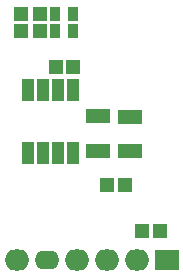
<source format=gts>
G04 #@! TF.FileFunction,Soldermask,Top*
%FSLAX46Y46*%
G04 Gerber Fmt 4.6, Leading zero omitted, Abs format (unit mm)*
G04 Created by KiCad (PCBNEW 4.0.7) date Sat Jun  9 20:27:24 2018*
%MOMM*%
%LPD*%
G01*
G04 APERTURE LIST*
%ADD10C,0.100000*%
%ADD11R,1.200000X1.150000*%
%ADD12R,1.200000X1.200000*%
%ADD13R,0.900000X1.300000*%
%ADD14R,2.100000X1.300000*%
%ADD15R,1.000000X1.950000*%
%ADD16R,2.100000X1.800000*%
%ADD17O,2.100000X1.800000*%
%ADD18O,2.100000X1.600000*%
G04 APERTURE END LIST*
D10*
D11*
X60250000Y-48000000D03*
X58750000Y-48000000D03*
X55900000Y-38000000D03*
X54400000Y-38000000D03*
X63250000Y-51900000D03*
X61750000Y-51900000D03*
D12*
X53100000Y-33500000D03*
X51500000Y-33500000D03*
X53100000Y-34900000D03*
X51500000Y-34900000D03*
D13*
X54350000Y-33500000D03*
X55850000Y-33500000D03*
X54350000Y-34900000D03*
X55850000Y-34900000D03*
D14*
X60700000Y-42200000D03*
X60700000Y-45100000D03*
X58000000Y-42150000D03*
X58000000Y-45050000D03*
D15*
X55905000Y-39900000D03*
X54635000Y-39900000D03*
X53365000Y-39900000D03*
X52095000Y-39900000D03*
X52095000Y-45300000D03*
X53365000Y-45300000D03*
X54635000Y-45300000D03*
X55905000Y-45300000D03*
D16*
X63820000Y-54300000D03*
D17*
X61280000Y-54300000D03*
X58740000Y-54300000D03*
X56200000Y-54300000D03*
D18*
X53660000Y-54300000D03*
D17*
X51120000Y-54300000D03*
M02*

</source>
